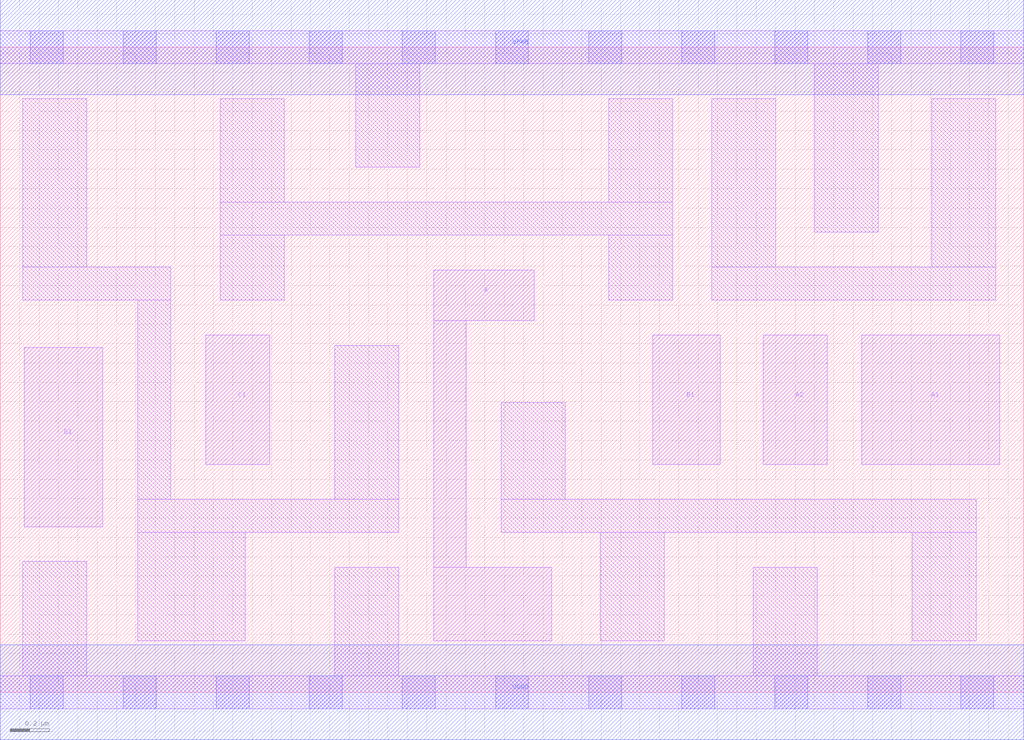
<source format=lef>
# Copyright 2020 The SkyWater PDK Authors
#
# Licensed under the Apache License, Version 2.0 (the "License");
# you may not use this file except in compliance with the License.
# You may obtain a copy of the License at
#
#     https://www.apache.org/licenses/LICENSE-2.0
#
# Unless required by applicable law or agreed to in writing, software
# distributed under the License is distributed on an "AS IS" BASIS,
# WITHOUT WARRANTIES OR CONDITIONS OF ANY KIND, either express or implied.
# See the License for the specific language governing permissions and
# limitations under the License.
#
# SPDX-License-Identifier: Apache-2.0

VERSION 5.7 ;
  NAMESCASESENSITIVE ON ;
  NOWIREEXTENSIONATPIN ON ;
  DIVIDERCHAR "/" ;
  BUSBITCHARS "[]" ;
UNITS
  DATABASE MICRONS 200 ;
END UNITS
MACRO sky130_fd_sc_lp__a2111o_lp
  CLASS CORE ;
  FOREIGN sky130_fd_sc_lp__a2111o_lp ;
  ORIGIN  0.000000  0.000000 ;
  SIZE  5.280000 BY  3.330000 ;
  SYMMETRY X Y R90 ;
  SITE unit ;
  PIN A1
    ANTENNAGATEAREA  0.313000 ;
    DIRECTION INPUT ;
    USE SIGNAL ;
    PORT
      LAYER li1 ;
        RECT 4.445000 1.175000 5.155000 1.845000 ;
    END
  END A1
  PIN A2
    ANTENNAGATEAREA  0.313000 ;
    DIRECTION INPUT ;
    USE SIGNAL ;
    PORT
      LAYER li1 ;
        RECT 3.935000 1.175000 4.265000 1.845000 ;
    END
  END A2
  PIN B1
    ANTENNAGATEAREA  0.376000 ;
    DIRECTION INPUT ;
    USE SIGNAL ;
    PORT
      LAYER li1 ;
        RECT 3.365000 1.175000 3.715000 1.845000 ;
    END
  END B1
  PIN C1
    ANTENNAGATEAREA  0.376000 ;
    DIRECTION INPUT ;
    USE SIGNAL ;
    PORT
      LAYER li1 ;
        RECT 1.060000 1.175000 1.390000 1.845000 ;
    END
  END C1
  PIN D1
    ANTENNAGATEAREA  0.376000 ;
    DIRECTION INPUT ;
    USE SIGNAL ;
    PORT
      LAYER li1 ;
        RECT 0.125000 0.855000 0.530000 1.780000 ;
    END
  END D1
  PIN X
    ANTENNADIFFAREA  0.404700 ;
    DIRECTION OUTPUT ;
    USE SIGNAL ;
    PORT
      LAYER li1 ;
        RECT 2.235000 0.265000 2.845000 0.645000 ;
        RECT 2.235000 0.645000 2.405000 1.920000 ;
        RECT 2.235000 1.920000 2.755000 2.180000 ;
    END
  END X
  PIN VGND
    DIRECTION INOUT ;
    USE GROUND ;
    PORT
      LAYER met1 ;
        RECT 0.000000 -0.245000 5.280000 0.245000 ;
    END
  END VGND
  PIN VPWR
    DIRECTION INOUT ;
    USE POWER ;
    PORT
      LAYER met1 ;
        RECT 0.000000 3.085000 5.280000 3.575000 ;
    END
  END VPWR
  OBS
    LAYER li1 ;
      RECT 0.000000 -0.085000 5.280000 0.085000 ;
      RECT 0.000000  3.245000 5.280000 3.415000 ;
      RECT 0.115000  0.085000 0.445000 0.675000 ;
      RECT 0.115000  2.025000 0.880000 2.195000 ;
      RECT 0.115000  2.195000 0.445000 3.065000 ;
      RECT 0.710000  0.265000 1.265000 0.825000 ;
      RECT 0.710000  0.825000 2.055000 0.995000 ;
      RECT 0.710000  0.995000 0.880000 2.025000 ;
      RECT 1.135000  2.025000 1.465000 2.360000 ;
      RECT 1.135000  2.360000 3.470000 2.530000 ;
      RECT 1.135000  2.530000 1.465000 3.065000 ;
      RECT 1.725000  0.085000 2.055000 0.645000 ;
      RECT 1.725000  0.995000 2.055000 1.790000 ;
      RECT 1.835000  2.710000 2.165000 3.245000 ;
      RECT 2.585000  0.825000 5.035000 0.995000 ;
      RECT 2.585000  0.995000 2.915000 1.495000 ;
      RECT 3.095000  0.265000 3.425000 0.825000 ;
      RECT 3.140000  2.025000 3.470000 2.360000 ;
      RECT 3.140000  2.530000 3.470000 3.065000 ;
      RECT 3.670000  2.025000 5.135000 2.195000 ;
      RECT 3.670000  2.195000 4.000000 3.065000 ;
      RECT 3.885000  0.085000 4.215000 0.645000 ;
      RECT 4.200000  2.375000 4.530000 3.245000 ;
      RECT 4.705000  0.265000 5.035000 0.825000 ;
      RECT 4.805000  2.195000 5.135000 3.065000 ;
    LAYER mcon ;
      RECT 0.155000 -0.085000 0.325000 0.085000 ;
      RECT 0.155000  3.245000 0.325000 3.415000 ;
      RECT 0.635000 -0.085000 0.805000 0.085000 ;
      RECT 0.635000  3.245000 0.805000 3.415000 ;
      RECT 1.115000 -0.085000 1.285000 0.085000 ;
      RECT 1.115000  3.245000 1.285000 3.415000 ;
      RECT 1.595000 -0.085000 1.765000 0.085000 ;
      RECT 1.595000  3.245000 1.765000 3.415000 ;
      RECT 2.075000 -0.085000 2.245000 0.085000 ;
      RECT 2.075000  3.245000 2.245000 3.415000 ;
      RECT 2.555000 -0.085000 2.725000 0.085000 ;
      RECT 2.555000  3.245000 2.725000 3.415000 ;
      RECT 3.035000 -0.085000 3.205000 0.085000 ;
      RECT 3.035000  3.245000 3.205000 3.415000 ;
      RECT 3.515000 -0.085000 3.685000 0.085000 ;
      RECT 3.515000  3.245000 3.685000 3.415000 ;
      RECT 3.995000 -0.085000 4.165000 0.085000 ;
      RECT 3.995000  3.245000 4.165000 3.415000 ;
      RECT 4.475000 -0.085000 4.645000 0.085000 ;
      RECT 4.475000  3.245000 4.645000 3.415000 ;
      RECT 4.955000 -0.085000 5.125000 0.085000 ;
      RECT 4.955000  3.245000 5.125000 3.415000 ;
  END
END sky130_fd_sc_lp__a2111o_lp
END LIBRARY

</source>
